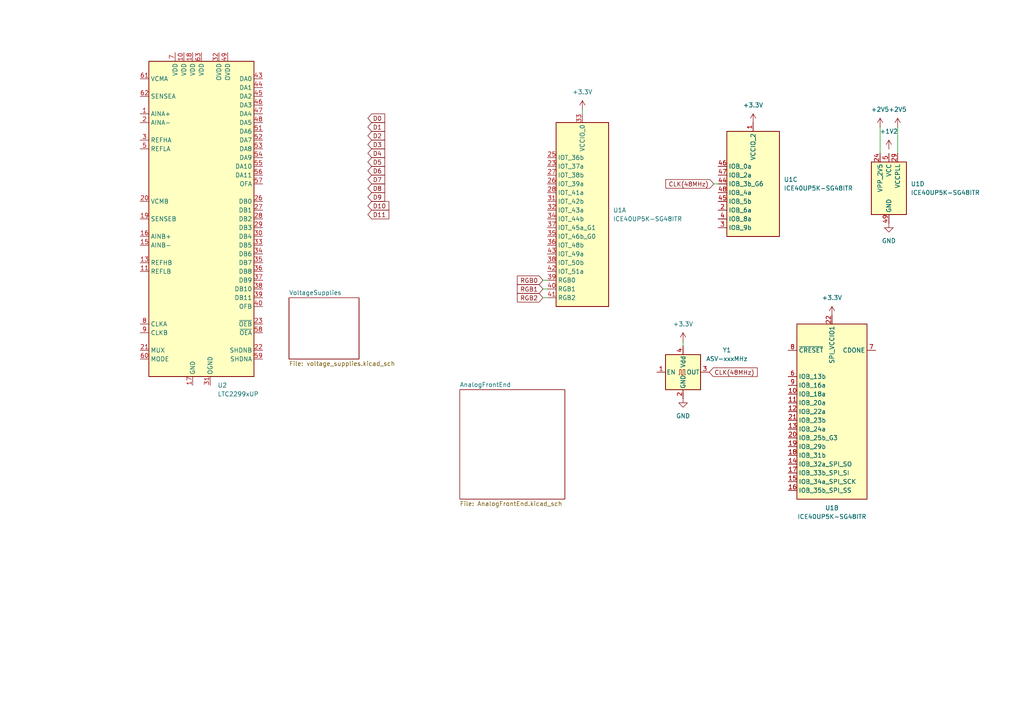
<source format=kicad_sch>
(kicad_sch (version 20250114) (generator "eeschema") (generator_version "9.0")
  (paper "A4")
  (lib_symbols
    (symbol "Analog_ADC:LTC2299xUP"
      (property "Reference" "U" (at 0 2.54 0))
      (property "Value" "LTC2299xUP" (at 0 0 0))
      (symbol "LTC2299xUP_0_1"
        (rectangle (start -15.24 45.72) (end 15.24 -45.72) (stroke (width 0.254)) (fill (type background)))
      )
      (symbol "LTC2299xUP_1_1"
        (pin passive line (at -17.78 40.64 0) (length 2.54) (name "VCMA") (number "61"))
        (pin input line (at -17.78 35.56 0) (length 2.54) (name "SENSEA") (number "62"))
        (pin input line (at -17.78 30.48 0) (length 2.54) (name "AINA+") (number "1"))
        (pin input line (at -17.78 27.94 0) (length 2.54) (name "AINA-") (number "2"))
        (pin input line (at -17.78 22.86 0) (length 2.54) (name "REFHA") (number "3"))
        (pin input line (at -17.78 22.86 0) (length 2.54) (hide yes) (name "REFHA") (number "4"))
        (pin input line (at -17.78 20.32 0) (length 2.54) (name "REFLA") (number "5"))
        (pin input line (at -17.78 20.32 0) (length 2.54) (hide yes) (name "REFLA") (number "6"))
        (pin passive line (at -17.78 5.08 0) (length 2.54) (name "VCMB") (number "20"))
        (pin input line (at -17.78 0 0) (length 2.54) (name "SENSEB") (number "19"))
        (pin input line (at -17.78 -5.08 0) (length 2.54) (name "AINB+") (number "16"))
        (pin input line (at -17.78 -7.62 0) (length 2.54) (name "AINB-") (number "15"))
        (pin input line (at -17.78 -12.7 0) (length 2.54) (name "REFHB") (number "13"))
        (pin input line (at -17.78 -12.7 0) (length 2.54) (hide yes) (name "REFHB") (number "14"))
        (pin input line (at -17.78 -15.24 0) (length 2.54) (name "REFLB") (number "11"))
        (pin input line (at -17.78 -15.24 0) (length 2.54) (hide yes) (name "REFLB") (number "12"))
        (pin input line (at -17.78 -30.48 0) (length 2.54) (name "CLKA") (number "8"))
        (pin input line (at -17.78 -33.02 0) (length 2.54) (name "CLKB") (number "9"))
        (pin input line (at -17.78 -38.1 0) (length 2.54) (name "MUX") (number "21"))
        (pin input line (at -17.78 -40.64 0) (length 2.54) (name "MODE") (number "60"))
        (pin no_connect line (at -15.24 -20.32 0) (length 2.54) (hide yes) (name "NC") (number "24"))
        (pin no_connect line (at -15.24 -22.86 0) (length 2.54) (hide yes) (name "NC") (number "25"))
        (pin no_connect line (at -15.24 -25.4 0) (length 2.54) (hide yes) (name "NC") (number "41"))
        (pin no_connect line (at -15.24 -27.94 0) (length 2.54) (hide yes) (name "NC") (number "42"))
        (pin power_in line (at -7.62 48.26 270) (length 2.54) (name "VDD") (number "7"))
        (pin power_in line (at -5.08 48.26 270) (length 2.54) (name "VDD") (number "10"))
        (pin power_in line (at -2.54 48.26 270) (length 2.54) (name "VDD") (number "18"))
        (pin power_in line (at -2.54 -48.26 90) (length 2.54) (name "GND") (number "17"))
        (pin passive line (at -2.54 -48.26 90) (length 2.54) (hide yes) (name "GND") (number "64"))
        (pin passive line (at -2.54 -48.26 90) (length 2.54) (hide yes) (name "GND") (number "65"))
        (pin power_in line (at 0 48.26 270) (length 2.54) (name "VDD") (number "63"))
        (pin power_in line (at 2.54 -48.26 90) (length 2.54) (name "OGND") (number "31"))
        (pin passive line (at 2.54 -48.26 90) (length 2.54) (hide yes) (name "OGND") (number "50"))
        (pin power_in line (at 5.08 48.26 270) (length 2.54) (name "OVDD") (number "32"))
        (pin power_in line (at 7.62 48.26 270) (length 2.54) (name "OVDD") (number "49"))
        (pin output line (at 17.78 40.64 180) (length 2.54) (name "DA0") (number "43"))
        (pin output line (at 17.78 38.1 180) (length 2.54) (name "DA1") (number "44"))
        (pin output line (at 17.78 35.56 180) (length 2.54) (name "DA2") (number "45"))
        (pin output line (at 17.78 33.02 180) (length 2.54) (name "DA3") (number "46"))
        (pin output line (at 17.78 30.48 180) (length 2.54) (name "DA4") (number "47"))
        (pin output line (at 17.78 27.94 180) (length 2.54) (name "DA5") (number "48"))
        (pin output line (at 17.78 25.4 180) (length 2.54) (name "DA6") (number "51"))
        (pin output line (at 17.78 22.86 180) (length 2.54) (name "DA7") (number "52"))
        (pin output line (at 17.78 20.32 180) (length 2.54) (name "DA8") (number "53"))
        (pin output line (at 17.78 17.78 180) (length 2.54) (name "DA9") (number "54"))
        (pin output line (at 17.78 15.24 180) (length 2.54) (name "DA10") (number "55"))
        (pin output line (at 17.78 12.7 180) (length 2.54) (name "DA11") (number "56"))
        (pin output line (at 17.78 10.16 180) (length 2.54) (name "OFA") (number "57"))
        (pin output line (at 17.78 5.08 180) (length 2.54) (name "DB0") (number "26"))
        (pin output line (at 17.78 2.54 180) (length 2.54) (name "DB1") (number "27"))
        (pin output line (at 17.78 0 180) (length 2.54) (name "DB2") (number "28"))
        (pin output line (at 17.78 -2.54 180) (length 2.54) (name "DB3") (number "29"))
        (pin output line (at 17.78 -5.08 180) (length 2.54) (name "DB4") (number "30"))
        (pin output line (at 17.78 -7.62 180) (length 2.54) (name "DB5") (number "33"))
        (pin output line (at 17.78 -10.16 180) (length 2.54) (name "DB6") (number "34"))
        (pin output line (at 17.78 -12.7 180) (length 2.54) (name "DB7") (number "35"))
        (pin output line (at 17.78 -15.24 180) (length 2.54) (name "DB8") (number "36"))
        (pin output line (at 17.78 -17.78 180) (length 2.54) (name "DB9") (number "37"))
        (pin output line (at 17.78 -20.32 180) (length 2.54) (name "DB10") (number "38"))
        (pin output line (at 17.78 -22.86 180) (length 2.54) (name "DB11") (number "39"))
        (pin output line (at 17.78 -25.4 180) (length 2.54) (name "OFB") (number "40"))
        (pin input line (at 17.78 -30.48 180) (length 2.54) (name "~{OEB}") (number "23"))
        (pin input line (at 17.78 -33.02 180) (length 2.54) (name "~{OEA}") (number "58"))
        (pin input line (at 17.78 -38.1 180) (length 2.54) (name "SHDNB") (number "22"))
        (pin input line (at 17.78 -40.64 180) (length 2.54) (name "SHDNA") (number "59"))
      )
    )
    (symbol "FPGA_Lattice:ICE40UP5K-SG48ITR"
      (property "Reference" "U" (at -8.89 -29.21 0))
      (property "Value" "ICE40UP5K-SG48ITR" (at 0 -31.75 0))
      (symbol "ICE40UP5K-SG48ITR_1_1"
        (rectangle (start -7.62 25.4) (end 7.62 -27.94) (stroke (width 0.254)) (fill (type background)))
        (pin bidirectional line (at -10.16 15.24 0) (length 2.54) (name "IOT_36b") (number "25"))
        (pin bidirectional line (at -10.16 12.7 0) (length 2.54) (name "IOT_37a") (number "23"))
        (pin bidirectional line (at -10.16 10.16 0) (length 2.54) (name "IOT_38b") (number "27"))
        (pin bidirectional line (at -10.16 7.62 0) (length 2.54) (name "IOT_39a") (number "26"))
        (pin bidirectional line (at -10.16 5.08 0) (length 2.54) (name "IOT_41a") (number "28"))
        (pin bidirectional line (at -10.16 2.54 0) (length 2.54) (name "IOT_42b") (number "31"))
        (pin bidirectional line (at -10.16 0 0) (length 2.54) (name "IOT_43a") (number "32"))
        (pin bidirectional line (at -10.16 -2.54 0) (length 2.54) (name "IOT_44b") (number "34"))
        (pin bidirectional line (at -10.16 -5.08 0) (length 2.54) (name "IOT_45a_G1") (number "37"))
        (pin bidirectional line (at -10.16 -7.62 0) (length 2.54) (name "IOT_46b_G0") (number "35"))
        (pin bidirectional line (at -10.16 -10.16 0) (length 2.54) (name "IOT_48b") (number "36"))
        (pin bidirectional line (at -10.16 -12.7 0) (length 2.54) (name "IOT_49a") (number "43"))
        (pin bidirectional line (at -10.16 -15.24 0) (length 2.54) (name "IOT_50b") (number "38"))
        (pin bidirectional line (at -10.16 -17.78 0) (length 2.54) (name "IOT_51a") (number "42"))
        (pin open_collector line (at -10.16 -20.32 0) (length 2.54) (name "RGB0") (number "39"))
        (pin open_collector line (at -10.16 -22.86 0) (length 2.54) (name "RGB1") (number "40"))
        (pin open_collector line (at -10.16 -25.4 0) (length 2.54) (name "RGB2") (number "41"))
        (pin power_in line (at 0 27.94 270) (length 2.54) (name "VCCIO_0") (number "33"))
      )
      (symbol "ICE40UP5K-SG48ITR_2_1"
        (rectangle (start -10.16 25.4) (end 10.16 -25.4) (stroke (width 0.254)) (fill (type background)))
        (pin input line (at -12.7 17.78 0) (length 2.54) (name "~{CRESET}") (number "8"))
        (pin bidirectional line (at -12.7 10.16 0) (length 2.54) (name "IOB_13b") (number "6"))
        (pin bidirectional line (at -12.7 7.62 0) (length 2.54) (name "IOB_16a") (number "9"))
        (pin bidirectional line (at -12.7 5.08 0) (length 2.54) (name "IOB_18a") (number "10"))
        (pin bidirectional line (at -12.7 2.54 0) (length 2.54) (name "IOB_20a") (number "11"))
        (pin bidirectional line (at -12.7 0 0) (length 2.54) (name "IOB_22a") (number "12"))
        (pin bidirectional line (at -12.7 -2.54 0) (length 2.54) (name "IOB_23b") (number "21"))
        (pin bidirectional line (at -12.7 -5.08 0) (length 2.54) (name "IOB_24a") (number "13"))
        (pin bidirectional line (at -12.7 -7.62 0) (length 2.54) (name "IOB_25b_G3") (number "20"))
        (pin bidirectional line (at -12.7 -10.16 0) (length 2.54) (name "IOB_29b") (number "19"))
        (pin bidirectional line (at -12.7 -12.7 0) (length 2.54) (name "IOB_31b") (number "18"))
        (pin bidirectional line (at -12.7 -15.24 0) (length 2.54) (name "IOB_32a_SPI_SO") (number "14"))
        (pin bidirectional line (at -12.7 -17.78 0) (length 2.54) (name "IOB_33b_SPI_SI") (number "17"))
        (pin bidirectional line (at -12.7 -20.32 0) (length 2.54) (name "IOB_34a_SPI_SCK") (number "15"))
        (pin bidirectional line (at -12.7 -22.86 0) (length 2.54) (name "IOB_35b_SPI_SS") (number "16"))
        (pin power_in line (at 0 27.94 270) (length 2.54) (name "SPI_VCCIO1") (number "22"))
        (pin open_collector line (at 12.7 17.78 180) (length 2.54) (name "CDONE") (number "7"))
      )
      (symbol "ICE40UP5K-SG48ITR_3_1"
        (rectangle (start -7.62 15.24) (end 7.62 -15.24) (stroke (width 0.254)) (fill (type background)))
        (pin bidirectional line (at -10.16 5.08 0) (length 2.54) (name "IOB_0a") (number "46"))
        (pin bidirectional line (at -10.16 2.54 0) (length 2.54) (name "IOB_2a") (number "47"))
        (pin bidirectional line (at -10.16 0 0) (length 2.54) (name "IOB_3b_G6") (number "44"))
        (pin bidirectional line (at -10.16 -2.54 0) (length 2.54) (name "IOB_4a") (number "48"))
        (pin bidirectional line (at -10.16 -5.08 0) (length 2.54) (name "IOB_5b") (number "45"))
        (pin bidirectional line (at -10.16 -7.62 0) (length 2.54) (name "IOB_6a") (number "2"))
        (pin bidirectional line (at -10.16 -10.16 0) (length 2.54) (name "IOB_8a") (number "4"))
        (pin bidirectional line (at -10.16 -12.7 0) (length 2.54) (name "IOB_9b") (number "3"))
        (pin power_in line (at 0 17.78 270) (length 2.54) (name "VCCIO_2") (number "1"))
      )
      (symbol "ICE40UP5K-SG48ITR_4_1"
        (rectangle (start -5.08 7.62) (end 5.08 -7.62) (stroke (width 0.254)) (fill (type background)))
        (pin power_in line (at -2.54 10.16 270) (length 2.54) (name "VPP_2V5") (number "24"))
        (pin passive line (at 0 10.16 270) (length 2.54) (hide yes) (name "VCC") (number "30"))
        (pin power_in line (at 0 10.16 270) (length 2.54) (name "VCC") (number "5"))
        (pin power_in line (at 0 -10.16 90) (length 2.54) (name "GND") (number "49"))
        (pin power_out line (at 2.54 10.16 270) (length 2.54) (name "VCCPLL") (number "29"))
      )
    )
    (symbol "Oscillator:ASV-xxxMHz" (pin_names (offset 0.254))
      (property "Reference" "Y" (at -5.08 6.35 0))
      (property "Value" "ASV-xxxMHz" (at 1.27 -6.35 0))
      (symbol "ASV-xxxMHz_0_1"
        (rectangle (start -5.08 5.08) (end 5.08 -5.08) (stroke (width 0.254)) (fill (type background)))
        (polyline (pts (xy -1.27 -0.762) (xy -1.016 -0.762) (xy -1.016 0.762) (xy -0.508 0.762) (xy -0.508 -0.762) (xy 0 -0.762) (xy 0 0.762) (xy 0.508 0.762) (xy 0.508 -0.762) (xy 0.762 -0.762)))
      )
      (symbol "ASV-xxxMHz_1_1"
        (pin input line (at -7.62 0 0) (length 2.54) (name "EN") (number "1"))
        (pin power_in line (at 0 7.62 270) (length 2.54) (name "Vdd") (number "4"))
        (pin power_in line (at 0 -7.62 90) (length 2.54) (name "GND") (number "2"))
        (pin output line (at 7.62 0 180) (length 2.54) (name "OUT") (number "3"))
      )
    )
    (symbol "power:+1V2" (power) (pin_numbers (hide yes)) (pin_names (offset 0) (hide yes))
      (property "Value" "+1V2" (at 0 3.556 0))
      (symbol "+1V2_0_1"
        (polyline (pts (xy -0.762 1.27) (xy 0 2.54)))
        (polyline (pts (xy 0 2.54) (xy 0.762 1.27)))
        (polyline (pts (xy 0 0) (xy 0 2.54)))
      )
      (symbol "+1V2_1_1"
        (pin power_in line (at 0 0 90) (length 0) (name "~") (number "1"))
      )
    )
    (symbol "power:+2V5" (power) (pin_numbers (hide yes)) (pin_names (offset 0) (hide yes))
      (property "Value" "+2V5" (at 0 3.556 0))
      (symbol "+2V5_0_1"
        (polyline (pts (xy -0.762 1.27) (xy 0 2.54)))
        (polyline (pts (xy 0 2.54) (xy 0.762 1.27)))
        (polyline (pts (xy 0 0) (xy 0 2.54)))
      )
      (symbol "+2V5_1_1"
        (pin power_in line (at 0 0 90) (length 0) (name "~") (number "1"))
      )
    )
    (symbol "power:+3.3V" (power) (pin_numbers (hide yes)) (pin_names (offset 0) (hide yes))
      (property "Value" "+3.3V" (at 0 3.556 0))
      (symbol "+3.3V_0_1"
        (polyline (pts (xy -0.762 1.27) (xy 0 2.54)))
        (polyline (pts (xy 0 2.54) (xy 0.762 1.27)))
        (polyline (pts (xy 0 0) (xy 0 2.54)))
      )
      (symbol "+3.3V_1_1"
        (pin power_in line (at 0 0 90) (length 0) (name "~") (number "1"))
      )
    )
    (symbol "power:GND" (power) (pin_numbers (hide yes)) (pin_names (offset 0) (hide yes))
      (property "Value" "GND" (at 0 -3.81 0))
      (symbol "GND_0_1"
        (polyline (pts (xy 0 0) (xy 0 -1.27) (xy 1.27 -1.27) (xy 0 -2.54) (xy -1.27 -1.27) (xy 0 -1.27)))
      )
      (symbol "GND_1_1"
        (pin power_in line (at 0 0 270) (length 0) (name "~") (number "1"))
      )
    )
  )
  (wire (pts (xy 207.01 53.34) (xy 208.28 53.34)))
  (wire (pts (xy 260.35 36.83) (xy 260.35 44.45)))
  (wire (pts (xy 157.48 83.82) (xy 158.75 83.82)))
  (wire (pts (xy 198.12 99.06) (xy 198.12 100.33)))
  (wire (pts (xy 157.48 86.36) (xy 158.75 86.36)))
  (wire (pts (xy 255.27 36.83) (xy 255.27 44.45)))
  (wire (pts (xy 157.48 81.28) (xy 158.75 81.28)))
  (wire (pts (xy 168.91 33.02) (xy 168.91 31.75)))
  (global_label "D0" (shape input) (at 106.68 34.29 0) (property "Intersheetrefs" "${INTERSHEET_REFS}" (effects (hide yes))))
  (global_label "D5" (shape input) (at 106.68 46.99 0) (property "Intersheetrefs" "${INTERSHEET_REFS}" (effects (hide yes))))
  (global_label "D11" (shape input) (at 106.68 62.23 0) (property "Intersheetrefs" "${INTERSHEET_REFS}" (effects (hide yes))))
  (global_label "D8" (shape input) (at 106.68 54.61 0) (property "Intersheetrefs" "${INTERSHEET_REFS}" (effects (hide yes))))
  (global_label "D7" (shape input) (at 106.68 52.07 0) (property "Intersheetrefs" "${INTERSHEET_REFS}" (effects (hide yes))))
  (global_label "RGB2" (shape input) (at 157.48 86.36 180) (property "Intersheetrefs" "${INTERSHEET_REFS}" (effects (hide yes))))
  (global_label "D4" (shape input) (at 106.68 44.45 0) (property "Intersheetrefs" "${INTERSHEET_REFS}" (effects (hide yes))))
  (global_label "RGB0" (shape input) (at 157.48 81.28 180) (property "Intersheetrefs" "${INTERSHEET_REFS}" (effects (hide yes))))
  (global_label "CLK(48MHz)" (shape input) (at 207.01 53.34 180) (property "Intersheetrefs" "${INTERSHEET_REFS}" (effects (hide yes))))
  (global_label "D10" (shape input) (at 106.68 59.69 0) (property "Intersheetrefs" "${INTERSHEET_REFS}" (effects (hide yes))))
  (global_label "D2" (shape input) (at 106.68 39.37 0) (property "Intersheetrefs" "${INTERSHEET_REFS}" (effects (hide yes))))
  (global_label "D9" (shape input) (at 106.68 57.15 0) (property "Intersheetrefs" "${INTERSHEET_REFS}" (effects (hide yes))))
  (global_label "D6" (shape input) (at 106.68 49.53 0) (property "Intersheetrefs" "${INTERSHEET_REFS}" (effects (hide yes))))
  (global_label "D1" (shape input) (at 106.68 36.83 0) (property "Intersheetrefs" "${INTERSHEET_REFS}" (effects (hide yes))))
  (global_label "D3" (shape input) (at 106.68 41.91 0) (property "Intersheetrefs" "${INTERSHEET_REFS}" (effects (hide yes))))
  (global_label "RGB1" (shape input) (at 157.48 83.82 180) (property "Intersheetrefs" "${INTERSHEET_REFS}" (effects (hide yes))))
  (global_label "CLK(48MHz)" (shape input) (at 205.74 107.95 0) (property "Intersheetrefs" "${INTERSHEET_REFS}" (effects (hide yes))))
  (symbol (lib_id "power:+2V5") (at 260.35 36.83 0) (unit 1)
    (property "Reference" "#PWR014" (effects (hide yes)))
    (property "Value" "+2V5" (at 260.35 31.75 0))
    (property "Description" "Power symbol creates a global label with name \"+2V5\"" (effects (hide yes)))
  )
  (symbol (lib_id "Analog_ADC:LTC2299xUP") (at 58.42 63.5 0) (unit 1)
    (property "Reference" "U2" (at 63.1033 111.76 0) (effects (justify left)))
    (property "Value" "LTC2299xUP" (at 63.1033 114.3 0) (effects (justify left)))
    (property "Footprint" "Package_DFN_QFN:QFN-64-1EP_9x9mm_P0.5mm_EP7.15x7.15mm" (effects (hide yes)))
    (property "Datasheet" "https://www.analog.com/media/en/technical-documentation/data-sheets/2299fa.pdf" (effects (hide yes)))
    (property "Description" "Dual-Channel, 14-Bit Low Power ADC, 80Msps, QFN-64" (effects (hide yes)))
  )
  (symbol (lib_id "power:GND") (at 198.12 115.57 0) (unit 1)
    (property "Reference" "#PWR011" (effects (hide yes)))
    (property "Value" "GND" (at 198.12 120.65 0))
    (property "Description" "Power symbol creates a global label with name \"GND\" , ground" (effects (hide yes)))
  )
  (symbol (lib_id "power:+3.3V") (at 168.91 31.75 0) (unit 1)
    (property "Reference" "#PWR016" (effects (hide yes)))
    (property "Value" "+3.3V" (at 168.91 26.67 0))
    (property "Description" "Power symbol creates a global label with name \"+3.3V\"" (effects (hide yes)))
  )
  (symbol (lib_id "power:+1V2") (at 257.81 43.18 0) (unit 1)
    (property "Reference" "#PWR013" (effects (hide yes)))
    (property "Value" "+1V2" (at 257.81 38.1 0))
    (property "Description" "Power symbol creates a global label with name \"+1V2\"" (effects (hide yes)))
  )
  (symbol (lib_id "FPGA_Lattice:ICE40UP5K-SG48ITR") (at 168.91 60.96 0) (unit 1)
    (property "Reference" "U1" (at 177.8 60.9599 0) (effects (justify left)))
    (property "Value" "ICE40UP5K-SG48ITR" (at 177.8 63.4999 0) (effects (justify left)))
    (property "Footprint" "Package_DFN_QFN:QFN-48-1EP_7x7mm_P0.5mm_EP5.6x5.6mm" (effects (hide yes)))
    (property "Datasheet" "http://www.latticesemi.com/Products/FPGAandCPLD/iCE40Ultra" (effects (hide yes)))
    (property "Description" "iCE40 UltraPlus FPGA, 5280 LUTs, 1.2V, 48-pin QFN" (effects (hide yes)))
  )
  (symbol (lib_id "power:GND") (at 257.81 64.77 0) (unit 1)
    (property "Reference" "#PWR015" (effects (hide yes)))
    (property "Value" "GND" (at 257.81 69.85 0))
    (property "Description" "Power symbol creates a global label with name \"GND\" , ground" (effects (hide yes)))
  )
  (symbol (lib_id "power:+3.3V") (at 241.3 91.44 0) (unit 1)
    (property "Reference" "#PWR018" (effects (hide yes)))
    (property "Value" "+3.3V" (at 241.3 86.36 0))
    (property "Description" "Power symbol creates a global label with name \"+3.3V\"" (effects (hide yes)))
  )
  (symbol (lib_id "FPGA_Lattice:ICE40UP5K-SG48ITR") (at 257.81 54.61 0) (unit 4)
    (property "Reference" "U1" (at 264.16 53.3399 0) (effects (justify left)))
    (property "Value" "ICE40UP5K-SG48ITR" (at 264.16 55.8799 0) (effects (justify left)))
    (property "Footprint" "Package_DFN_QFN:QFN-48-1EP_7x7mm_P0.5mm_EP5.6x5.6mm" (effects (hide yes)))
    (property "Datasheet" "http://www.latticesemi.com/Products/FPGAandCPLD/iCE40Ultra" (effects (hide yes)))
    (property "Description" "iCE40 UltraPlus FPGA, 5280 LUTs, 1.2V, 48-pin QFN" (effects (hide yes)))
  )
  (symbol (lib_id "FPGA_Lattice:ICE40UP5K-SG48ITR") (at 218.44 53.34 0) (unit 3)
    (property "Reference" "U1" (at 227.33 52.0699 0) (effects (justify left)))
    (property "Value" "ICE40UP5K-SG48ITR" (at 227.33 54.6099 0) (effects (justify left)))
    (property "Footprint" "Package_DFN_QFN:QFN-48-1EP_7x7mm_P0.5mm_EP5.6x5.6mm" (effects (hide yes)))
    (property "Datasheet" "http://www.latticesemi.com/Products/FPGAandCPLD/iCE40Ultra" (effects (hide yes)))
    (property "Description" "iCE40 UltraPlus FPGA, 5280 LUTs, 1.2V, 48-pin QFN" (effects (hide yes)))
  )
  (symbol (lib_id "power:+3.3V") (at 198.12 99.06 0) (unit 1)
    (property "Reference" "#PWR08" (effects (hide yes)))
    (property "Value" "+3.3V" (at 198.12 93.98 0))
    (property "Description" "Power symbol creates a global label with name \"+3.3V\"" (effects (hide yes)))
  )
  (symbol (lib_id "power:+3.3V") (at 218.44 35.56 0) (unit 1)
    (property "Reference" "#PWR017" (effects (hide yes)))
    (property "Value" "+3.3V" (at 218.44 30.48 0))
    (property "Description" "Power symbol creates a global label with name \"+3.3V\"" (effects (hide yes)))
  )
  (symbol (lib_id "Oscillator:ASV-xxxMHz") (at 198.12 107.95 0) (unit 1)
    (property "Reference" "Y1" (at 210.82 101.5298 0))
    (property "Value" "ASV-xxxMHz" (at 210.82 104.0698 0))
    (property "Footprint" "Oscillator:Oscillator_SMD_Abracon_ASV-4Pin_7.0x5.1mm" (effects (hide yes)))
    (property "Datasheet" "http://www.abracon.com/Oscillators/ASV.pdf" (effects (hide yes)))
    (property "Description" "3.3V HCMOS SMD Crystal Clock Oscillator, Abracon" (effects (hide yes)))
  )
  (symbol (lib_id "FPGA_Lattice:ICE40UP5K-SG48ITR") (at 241.3 119.38 0) (unit 2)
    (property "Reference" "U1" (at 241.3 147.32 0))
    (property "Value" "ICE40UP5K-SG48ITR" (at 241.3 149.86 0))
    (property "Footprint" "Package_DFN_QFN:QFN-48-1EP_7x7mm_P0.5mm_EP5.6x5.6mm" (effects (hide yes)))
    (property "Datasheet" "http://www.latticesemi.com/Products/FPGAandCPLD/iCE40Ultra" (effects (hide yes)))
    (property "Description" "iCE40 UltraPlus FPGA, 5280 LUTs, 1.2V, 48-pin QFN" (effects (hide yes)))
  )
  (symbol (lib_id "power:+2V5") (at 255.27 36.83 0) (unit 1)
    (property "Reference" "#PWR012" (effects (hide yes)))
    (property "Value" "+2V5" (at 255.27 31.75 0))
    (property "Description" "Power symbol creates a global label with name \"+2V5\"" (effects (hide yes)))
  )
  (sheet (at 133.35 113.03) (size 30.48 31.75) (stroke (width 0.1524))
    (property "Sheetname" "AnalogFrontEnd" (at 133.35 112.3184 0) (effects (justify left bottom)))
    (property "Sheetfile" "AnalogFrontEnd.kicad_sch" (at 133.35 145.3646 0) (effects (justify left top)))
  )
  (sheet (at 83.82 86.36) (size 20.32 17.78) (stroke (width 0.1524))
    (property "Sheetname" "VoltageSupplies" (at 83.82 85.6484 0) (effects (justify left bottom)))
    (property "Sheetfile" "voltage_supplies.kicad_sch" (at 83.82 104.7246 0) (effects (justify left top)))
  )
)
</source>
